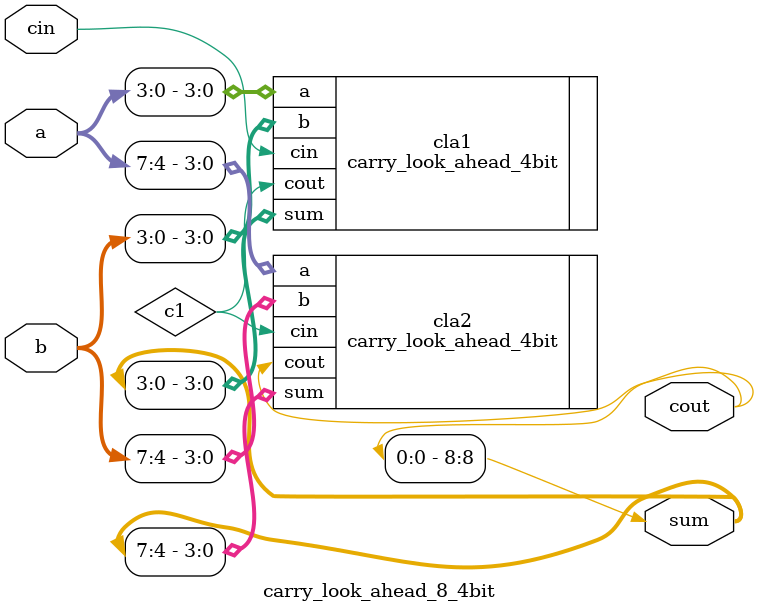
<source format=v>
module carry_look_ahead_8_4bit(a,b, cin, sum,cout);
input [7:0] a,b;
input cin;
output [8:0] sum;
output cout;
wire c1;

carry_look_ahead_4bit cla1 (.a(a[3:0]), .b(b[3:0]), .cin(cin), .sum(sum[3:0]), .cout(c1));
carry_look_ahead_4bit cla2 (.a(a[7:4]), .b(b[7:4]), .cin(c1), .sum(sum[7:4]), .cout(cout));
 assign sum[8] = cout;
endmodule


</source>
